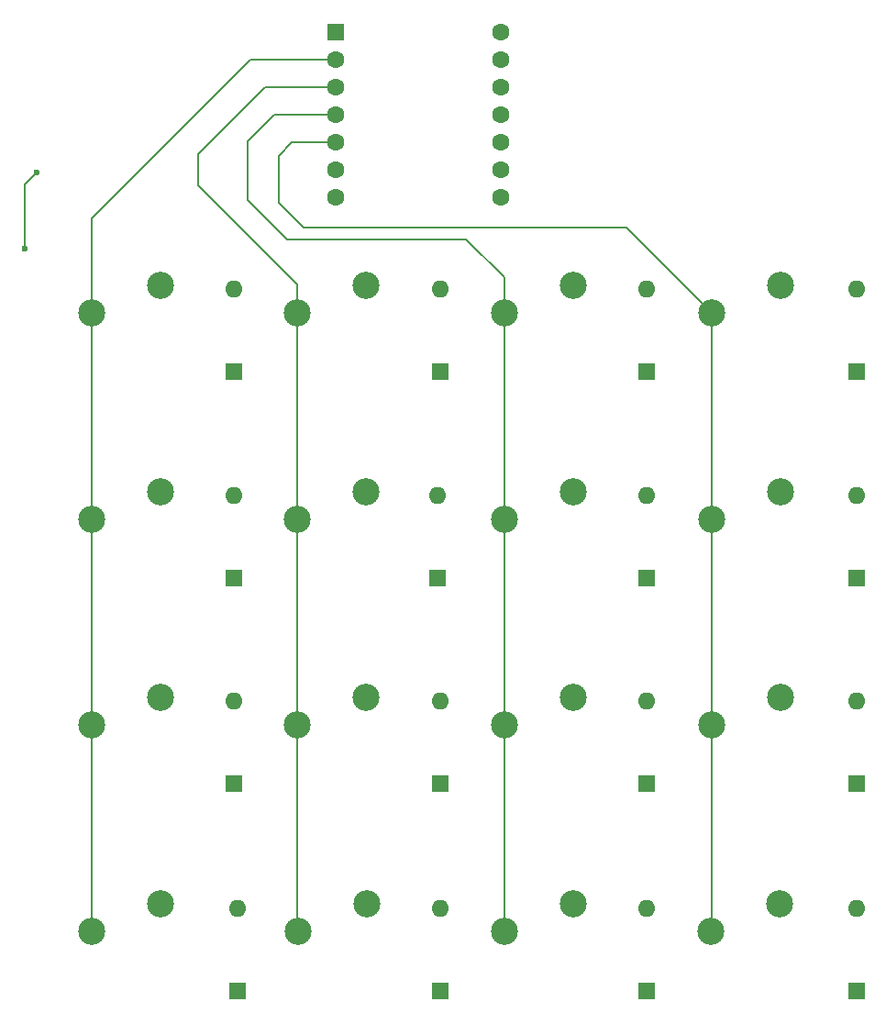
<source format=gbr>
%TF.GenerationSoftware,KiCad,Pcbnew,8.0.5*%
%TF.CreationDate,2024-10-21T23:59:58+02:00*%
%TF.ProjectId,retrooper_keyboard,72657472-6f6f-4706-9572-5f6b6579626f,rev?*%
%TF.SameCoordinates,Original*%
%TF.FileFunction,Copper,L2,Bot*%
%TF.FilePolarity,Positive*%
%FSLAX46Y46*%
G04 Gerber Fmt 4.6, Leading zero omitted, Abs format (unit mm)*
G04 Created by KiCad (PCBNEW 8.0.5) date 2024-10-21 23:59:58*
%MOMM*%
%LPD*%
G01*
G04 APERTURE LIST*
%TA.AperFunction,ComponentPad*%
%ADD10C,2.500000*%
%TD*%
%TA.AperFunction,ComponentPad*%
%ADD11R,1.600000X1.600000*%
%TD*%
%TA.AperFunction,ComponentPad*%
%ADD12C,1.600000*%
%TD*%
%TA.AperFunction,ComponentPad*%
%ADD13O,1.600000X1.600000*%
%TD*%
%TA.AperFunction,ViaPad*%
%ADD14C,0.600000*%
%TD*%
%TA.AperFunction,Conductor*%
%ADD15C,0.200000*%
%TD*%
G04 APERTURE END LIST*
D10*
%TO.P,S13,1,1*%
%TO.N,Column 0*%
X121060000Y-105460000D03*
%TO.P,S13,2,2*%
%TO.N,Net-(D13-A)*%
X127410000Y-102920000D03*
%TD*%
%TO.P,S9,1,1*%
%TO.N,Column 0*%
X121050344Y-86440000D03*
%TO.P,S9,2,2*%
%TO.N,Net-(D9-A)*%
X127400344Y-83900000D03*
%TD*%
%TO.P,S5,1,1*%
%TO.N,Column 0*%
X121050344Y-67410000D03*
%TO.P,S5,2,2*%
%TO.N,Net-(D5-A)*%
X127400344Y-64870000D03*
%TD*%
%TO.P,S15,1,1*%
%TO.N,Column 2*%
X159180000Y-105460000D03*
%TO.P,S15,2,2*%
%TO.N,Net-(D15-A)*%
X165530000Y-102920000D03*
%TD*%
%TO.P,S10,1,1*%
%TO.N,Column 1*%
X140090000Y-86440000D03*
%TO.P,S10,2,2*%
%TO.N,Net-(D10-A)*%
X146440000Y-83900000D03*
%TD*%
%TO.P,S4,1,1*%
%TO.N,Column 3*%
X178295944Y-48359176D03*
%TO.P,S4,2,2*%
%TO.N,Net-(D4-A)*%
X184645944Y-45819176D03*
%TD*%
%TO.P,S7,1,1*%
%TO.N,Column 2*%
X159150000Y-67410000D03*
%TO.P,S7,2,2*%
%TO.N,Net-(D7-A)*%
X165500000Y-64870000D03*
%TD*%
%TO.P,S1,1,1*%
%TO.N,Column 0*%
X121050344Y-48359176D03*
%TO.P,S1,2,2*%
%TO.N,Net-(D1-A)*%
X127400344Y-45819176D03*
%TD*%
%TO.P,S14,1,1*%
%TO.N,Column 1*%
X140120000Y-105460000D03*
%TO.P,S14,2,2*%
%TO.N,Net-(D14-A)*%
X146470000Y-102920000D03*
%TD*%
%TO.P,S8,1,1*%
%TO.N,Column 3*%
X178295944Y-67410000D03*
%TO.P,S8,2,2*%
%TO.N,Net-(D8-A)*%
X184645944Y-64870000D03*
%TD*%
%TO.P,S6,1,1*%
%TO.N,Column 1*%
X140090000Y-67410000D03*
%TO.P,S6,2,2*%
%TO.N,Net-(D6-A)*%
X146440000Y-64870000D03*
%TD*%
%TO.P,S16,1,1*%
%TO.N,Column 3*%
X178260000Y-105460000D03*
%TO.P,S16,2,2*%
%TO.N,Net-(D16-A)*%
X184610000Y-102920000D03*
%TD*%
%TO.P,S12,1,1*%
%TO.N,Column 3*%
X178295944Y-86440000D03*
%TO.P,S12,2,2*%
%TO.N,Net-(D12-A)*%
X184645944Y-83900000D03*
%TD*%
%TO.P,S2,1,1*%
%TO.N,Column 1*%
X140090000Y-48359176D03*
%TO.P,S2,2,2*%
%TO.N,Net-(D2-A)*%
X146440000Y-45819176D03*
%TD*%
%TO.P,S11,1,1*%
%TO.N,Column 2*%
X159150000Y-86440000D03*
%TO.P,S11,2,2*%
%TO.N,Net-(D11-A)*%
X165500000Y-83900000D03*
%TD*%
%TO.P,S3,1,1*%
%TO.N,Column 2*%
X159150000Y-48359176D03*
%TO.P,S3,2,2*%
%TO.N,Net-(D3-A)*%
X165500000Y-45819176D03*
%TD*%
D11*
%TO.P,U2,1,PA02_A0_D0*%
%TO.N,unconnected-(U2-PA02_A0_D0-Pad1)*%
X143610000Y-22530000D03*
D12*
%TO.P,U2,2,PA4_A1_D1*%
%TO.N,Column 0*%
X143610000Y-25070000D03*
%TO.P,U2,3,PA10_A2_D2*%
%TO.N,Column 1*%
X143610000Y-27610000D03*
%TO.P,U2,4,PA11_A3_D3*%
%TO.N,Column 2*%
X143610000Y-30150000D03*
%TO.P,U2,5,PA8_A4_D4_SDA*%
%TO.N,Column 3*%
X143610000Y-32690000D03*
%TO.P,U2,6,PA9_A5_D5_SCL*%
%TO.N,Row 0*%
X143610000Y-35230000D03*
%TO.P,U2,7,PB08_A6_D6_TX*%
%TO.N,Row 1*%
X143610000Y-37770000D03*
%TO.P,U2,8,PB09_A7_D7_RX*%
%TO.N,Row 2*%
X158850000Y-37770000D03*
%TO.P,U2,9,PA7_A8_D8_SCK*%
%TO.N,Row 3*%
X158850000Y-35230000D03*
%TO.P,U2,10,PA5_A9_D9_MISO*%
%TO.N,unconnected-(U2-PA5_A9_D9_MISO-Pad10)*%
X158850000Y-32690000D03*
%TO.P,U2,11,PA6_A10_D10_MOSI*%
%TO.N,unconnected-(U2-PA6_A10_D10_MOSI-Pad11)*%
X158850000Y-30150000D03*
%TO.P,U2,12,3V3*%
%TO.N,unconnected-(U2-3V3-Pad12)*%
X158850000Y-27610000D03*
%TO.P,U2,13,GND*%
%TO.N,unconnected-(U2-GND-Pad13)*%
X158850000Y-25070000D03*
%TO.P,U2,14,5V*%
%TO.N,unconnected-(U2-5V-Pad14)*%
X158850000Y-22530000D03*
%TD*%
D11*
%TO.P,D11,1,K*%
%TO.N,Row 2*%
X172342824Y-91856648D03*
D13*
%TO.P,D11,2,A*%
%TO.N,Net-(D11-A)*%
X172342824Y-84236648D03*
%TD*%
D11*
%TO.P,D10,1,K*%
%TO.N,Row 2*%
X153292840Y-91856648D03*
D13*
%TO.P,D10,2,A*%
%TO.N,Net-(D10-A)*%
X153292840Y-84236648D03*
%TD*%
D11*
%TO.P,D5,1,K*%
%TO.N,Row 1*%
X134242856Y-72866192D03*
D13*
%TO.P,D5,2,A*%
%TO.N,Net-(D5-A)*%
X134242856Y-65246192D03*
%TD*%
D11*
%TO.P,D6,1,K*%
%TO.N,Row 1*%
X152995184Y-72866192D03*
D13*
%TO.P,D6,2,A*%
%TO.N,Net-(D6-A)*%
X152995184Y-65246192D03*
%TD*%
D11*
%TO.P,D3,1,K*%
%TO.N,Row 0*%
X172342824Y-53816208D03*
D13*
%TO.P,D3,2,A*%
%TO.N,Net-(D3-A)*%
X172342824Y-46196208D03*
%TD*%
D11*
%TO.P,D13,1,K*%
%TO.N,Row 3*%
X134540512Y-110966160D03*
D13*
%TO.P,D13,2,A*%
%TO.N,Net-(D13-A)*%
X134540512Y-103346160D03*
%TD*%
D11*
%TO.P,D1,1,K*%
%TO.N,Row 0*%
X134242856Y-53816208D03*
D13*
%TO.P,D1,2,A*%
%TO.N,Net-(D1-A)*%
X134242856Y-46196208D03*
%TD*%
D11*
%TO.P,D8,1,K*%
%TO.N,Row 1*%
X191690464Y-72866192D03*
D13*
%TO.P,D8,2,A*%
%TO.N,Net-(D8-A)*%
X191690464Y-65246192D03*
%TD*%
D11*
%TO.P,D9,1,K*%
%TO.N,Row 2*%
X134242856Y-91856648D03*
D13*
%TO.P,D9,2,A*%
%TO.N,Net-(D9-A)*%
X134242856Y-84236648D03*
%TD*%
D11*
%TO.P,D2,1,K*%
%TO.N,Row 0*%
X153292840Y-53816208D03*
D13*
%TO.P,D2,2,A*%
%TO.N,Net-(D2-A)*%
X153292840Y-46196208D03*
%TD*%
D11*
%TO.P,D4,1,K*%
%TO.N,Row 0*%
X191690464Y-53816208D03*
D13*
%TO.P,D4,2,A*%
%TO.N,Net-(D4-A)*%
X191690464Y-46196208D03*
%TD*%
D11*
%TO.P,D16,1,K*%
%TO.N,Row 3*%
X191690464Y-110966160D03*
D13*
%TO.P,D16,2,A*%
%TO.N,Net-(D16-A)*%
X191690464Y-103346160D03*
%TD*%
D11*
%TO.P,D15,1,K*%
%TO.N,Row 3*%
X172342824Y-110966160D03*
D13*
%TO.P,D15,2,A*%
%TO.N,Net-(D15-A)*%
X172342824Y-103346160D03*
%TD*%
D11*
%TO.P,D7,1,K*%
%TO.N,Row 1*%
X172342824Y-72866192D03*
D13*
%TO.P,D7,2,A*%
%TO.N,Net-(D7-A)*%
X172342824Y-65246192D03*
%TD*%
D11*
%TO.P,D14,1,K*%
%TO.N,Row 3*%
X153292840Y-110966160D03*
D13*
%TO.P,D14,2,A*%
%TO.N,Net-(D14-A)*%
X153292840Y-103346160D03*
%TD*%
D11*
%TO.P,D12,1,K*%
%TO.N,Row 2*%
X191690464Y-91856648D03*
D13*
%TO.P,D12,2,A*%
%TO.N,Net-(D12-A)*%
X191690464Y-84236648D03*
%TD*%
D14*
%TO.N,Row 0*%
X115990000Y-35420000D03*
X114870000Y-42440000D03*
%TD*%
D15*
%TO.N,Row 0*%
X114870000Y-36540000D02*
X115990000Y-35420000D01*
X114870000Y-42440000D02*
X114870000Y-36540000D01*
%TO.N,Column 0*%
X121050344Y-48359176D02*
X121050344Y-39719656D01*
X121050344Y-48359176D02*
X121050344Y-105450344D01*
X121050344Y-39719656D02*
X135700000Y-25070000D01*
X121050344Y-105450344D02*
X121060000Y-105460000D01*
X135700000Y-25070000D02*
X143610000Y-25070000D01*
%TO.N,Column 1*%
X140090000Y-48359176D02*
X140090000Y-105430000D01*
X140090000Y-45750000D02*
X130940000Y-36600000D01*
X130940000Y-36600000D02*
X130940000Y-33790000D01*
X137120000Y-27610000D02*
X143610000Y-27610000D01*
X140090000Y-105430000D02*
X140120000Y-105460000D01*
X140090000Y-48359176D02*
X140090000Y-45750000D01*
X130940000Y-33790000D02*
X137120000Y-27610000D01*
%TO.N,Column 2*%
X135520000Y-32540000D02*
X137910000Y-30150000D01*
X137910000Y-30150000D02*
X143610000Y-30150000D01*
X159150000Y-45140000D02*
X155600000Y-41590000D01*
X159150000Y-105430000D02*
X159180000Y-105460000D01*
X139160000Y-41590000D02*
X135520000Y-37950000D01*
X135520000Y-37950000D02*
X135520000Y-32540000D01*
X155600000Y-41590000D02*
X139160000Y-41590000D01*
X159150000Y-48359176D02*
X159150000Y-45140000D01*
X159150000Y-48359176D02*
X159150000Y-105430000D01*
%TO.N,Column 3*%
X178295944Y-105424056D02*
X178260000Y-105460000D01*
X178295944Y-48359176D02*
X178295944Y-105424056D01*
X178295944Y-48359176D02*
X170486768Y-40550000D01*
X140610000Y-40550000D02*
X138330000Y-38270000D01*
X138330000Y-38270000D02*
X138330000Y-33890000D01*
X138330000Y-33890000D02*
X139530000Y-32690000D01*
X139530000Y-32690000D02*
X143610000Y-32690000D01*
X170486768Y-40550000D02*
X140610000Y-40550000D01*
%TD*%
M02*

</source>
